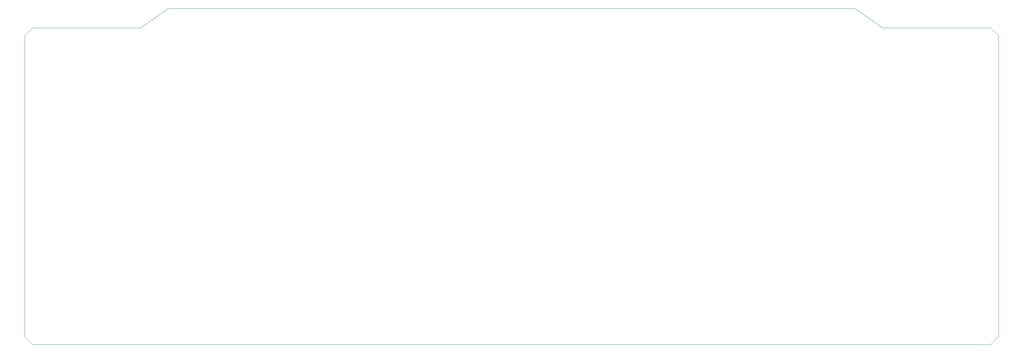
<source format=gbr>
G04 #@! TF.GenerationSoftware,KiCad,Pcbnew,5.1.4-e60b266~84~ubuntu16.04.1*
G04 #@! TF.CreationDate,2019-09-30T00:16:05+07:00*
G04 #@! TF.ProjectId,led_agn,6c65645f-6167-46e2-9e6b-696361645f70,1.0*
G04 #@! TF.SameCoordinates,Original*
G04 #@! TF.FileFunction,Profile,NP*
%FSLAX46Y46*%
G04 Gerber Fmt 4.6, Leading zero omitted, Abs format (unit mm)*
G04 Created by KiCad (PCBNEW 5.1.4-e60b266~84~ubuntu16.04.1) date 2019-09-30 00:16:05*
%MOMM*%
%LPD*%
G04 APERTURE LIST*
%ADD10C,0.100000*%
G04 APERTURE END LIST*
D10*
X244500400Y-24094508D02*
X272470880Y-24094517D01*
X52865020Y-24094449D02*
X59893200Y-19094451D01*
X237469680Y-19094506D02*
X244500400Y-24094508D01*
X59893200Y-19094451D02*
X237469680Y-19094506D01*
X22860129Y-26131520D02*
X24886920Y-24094440D01*
X272470880Y-24094517D02*
X274474940Y-26098500D01*
X274479896Y-103982520D02*
X272470880Y-105996740D01*
X24866600Y-105996659D02*
X22865080Y-103982520D01*
X274474940Y-26098500D02*
X274479896Y-103982520D01*
X22865080Y-103982520D02*
X22860129Y-26131520D01*
X272470880Y-105996740D02*
X24866600Y-105996659D01*
X24886920Y-24094440D02*
X52865020Y-24094449D01*
M02*

</source>
